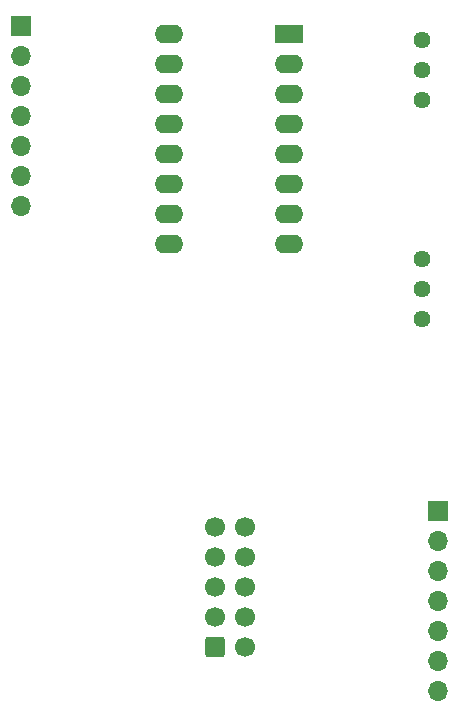
<source format=gbr>
%TF.GenerationSoftware,KiCad,Pcbnew,7.0.2-0*%
%TF.CreationDate,2023-10-10T18:08:06-05:00*%
%TF.ProjectId,Untitled,556e7469-746c-4656-942e-6b696361645f,rev?*%
%TF.SameCoordinates,Original*%
%TF.FileFunction,Soldermask,Bot*%
%TF.FilePolarity,Negative*%
%FSLAX46Y46*%
G04 Gerber Fmt 4.6, Leading zero omitted, Abs format (unit mm)*
G04 Created by KiCad (PCBNEW 7.0.2-0) date 2023-10-10 18:08:06*
%MOMM*%
%LPD*%
G01*
G04 APERTURE LIST*
G04 Aperture macros list*
%AMRoundRect*
0 Rectangle with rounded corners*
0 $1 Rounding radius*
0 $2 $3 $4 $5 $6 $7 $8 $9 X,Y pos of 4 corners*
0 Add a 4 corners polygon primitive as box body*
4,1,4,$2,$3,$4,$5,$6,$7,$8,$9,$2,$3,0*
0 Add four circle primitives for the rounded corners*
1,1,$1+$1,$2,$3*
1,1,$1+$1,$4,$5*
1,1,$1+$1,$6,$7*
1,1,$1+$1,$8,$9*
0 Add four rect primitives between the rounded corners*
20,1,$1+$1,$2,$3,$4,$5,0*
20,1,$1+$1,$4,$5,$6,$7,0*
20,1,$1+$1,$6,$7,$8,$9,0*
20,1,$1+$1,$8,$9,$2,$3,0*%
G04 Aperture macros list end*
%ADD10C,1.440000*%
%ADD11RoundRect,0.250000X-0.600000X-0.600000X0.600000X-0.600000X0.600000X0.600000X-0.600000X0.600000X0*%
%ADD12C,1.700000*%
%ADD13R,2.400000X1.600000*%
%ADD14O,2.400000X1.600000*%
%ADD15R,1.700000X1.700000*%
%ADD16O,1.700000X1.700000*%
G04 APERTURE END LIST*
D10*
%TO.C,RV1*%
X145850000Y-89150000D03*
X145850000Y-91690000D03*
X145850000Y-94230000D03*
%TD*%
%TO.C,RV7*%
X145850000Y-107650000D03*
X145850000Y-110190000D03*
X145850000Y-112730000D03*
%TD*%
D11*
%TO.C,J7*%
X128310000Y-140550000D03*
D12*
X130850000Y-140550000D03*
X128310000Y-138010000D03*
X130850000Y-138010000D03*
X128310000Y-135470000D03*
X130850000Y-135470000D03*
X128310000Y-132930000D03*
X130850000Y-132930000D03*
X128310000Y-130390000D03*
X130850000Y-130390000D03*
%TD*%
D13*
%TO.C,U1*%
X134625000Y-88675000D03*
D14*
X134625000Y-91215000D03*
X134625000Y-93755000D03*
X134625000Y-96295000D03*
X134625000Y-98835000D03*
X134625000Y-101375000D03*
X134625000Y-103915000D03*
X134625000Y-106455000D03*
X124465000Y-106455000D03*
X124465000Y-103915000D03*
X124465000Y-101375000D03*
X124465000Y-98835000D03*
X124465000Y-96295000D03*
X124465000Y-93755000D03*
X124465000Y-91215000D03*
X124465000Y-88675000D03*
%TD*%
D15*
%TO.C,J11*%
X111900000Y-88000000D03*
D16*
X111900000Y-90540000D03*
X111900000Y-93080000D03*
X111900000Y-95620000D03*
X111900000Y-98160000D03*
X111900000Y-100700000D03*
X111900000Y-103240000D03*
%TD*%
D15*
%TO.C,J12*%
X147200000Y-129010000D03*
D16*
X147200000Y-131550000D03*
X147200000Y-134090000D03*
X147200000Y-136630000D03*
X147200000Y-139170000D03*
X147200000Y-141710000D03*
X147200000Y-144250000D03*
%TD*%
M02*

</source>
